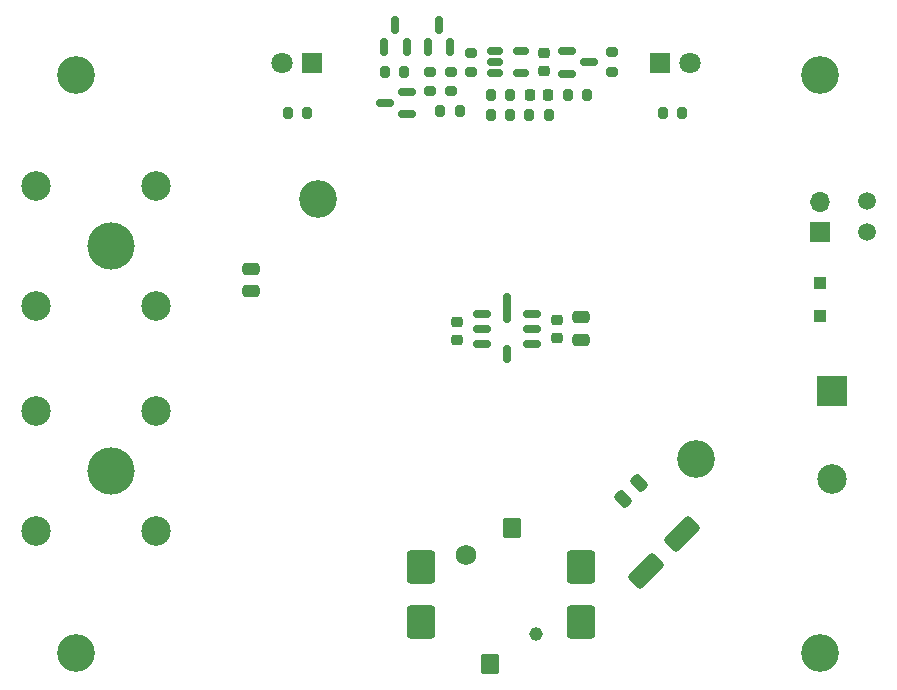
<source format=gbr>
%TF.GenerationSoftware,KiCad,Pcbnew,8.0.4*%
%TF.CreationDate,2025-01-19T15:52:31+01:00*%
%TF.ProjectId,PortableVoltageStandard,506f7274-6162-46c6-9556-6f6c74616765,1.0*%
%TF.SameCoordinates,Original*%
%TF.FileFunction,Soldermask,Top*%
%TF.FilePolarity,Negative*%
%FSLAX46Y46*%
G04 Gerber Fmt 4.6, Leading zero omitted, Abs format (unit mm)*
G04 Created by KiCad (PCBNEW 8.0.4) date 2025-01-19 15:52:31*
%MOMM*%
%LPD*%
G01*
G04 APERTURE LIST*
G04 Aperture macros list*
%AMRoundRect*
0 Rectangle with rounded corners*
0 $1 Rounding radius*
0 $2 $3 $4 $5 $6 $7 $8 $9 X,Y pos of 4 corners*
0 Add a 4 corners polygon primitive as box body*
4,1,4,$2,$3,$4,$5,$6,$7,$8,$9,$2,$3,0*
0 Add four circle primitives for the rounded corners*
1,1,$1+$1,$2,$3*
1,1,$1+$1,$4,$5*
1,1,$1+$1,$6,$7*
1,1,$1+$1,$8,$9*
0 Add four rect primitives between the rounded corners*
20,1,$1+$1,$2,$3,$4,$5,0*
20,1,$1+$1,$4,$5,$6,$7,0*
20,1,$1+$1,$6,$7,$8,$9,0*
20,1,$1+$1,$8,$9,$2,$3,0*%
G04 Aperture macros list end*
%ADD10RoundRect,0.175000X0.575000X-0.175000X0.575000X0.175000X-0.575000X0.175000X-0.575000X-0.175000X0*%
%ADD11RoundRect,0.175000X0.175000X-0.575000X0.175000X0.575000X-0.175000X0.575000X-0.175000X-0.575000X0*%
%ADD12RoundRect,0.175000X-0.575000X-0.175000X0.575000X-0.175000X0.575000X0.175000X-0.575000X0.175000X0*%
%ADD13RoundRect,0.175000X0.175000X-1.075000X0.175000X1.075000X-0.175000X1.075000X-0.175000X-1.075000X0*%
%ADD14RoundRect,0.250000X-0.475000X0.250000X-0.475000X-0.250000X0.475000X-0.250000X0.475000X0.250000X0*%
%ADD15C,3.200000*%
%ADD16R,2.500000X2.500000*%
%ADD17C,2.500000*%
%ADD18RoundRect,0.225000X0.225000X0.250000X-0.225000X0.250000X-0.225000X-0.250000X0.225000X-0.250000X0*%
%ADD19C,4.000000*%
%ADD20RoundRect,0.150000X0.587500X0.150000X-0.587500X0.150000X-0.587500X-0.150000X0.587500X-0.150000X0*%
%ADD21C,1.500000*%
%ADD22R,1.800000X1.800000*%
%ADD23C,1.800000*%
%ADD24RoundRect,0.150000X-0.587500X-0.150000X0.587500X-0.150000X0.587500X0.150000X-0.587500X0.150000X0*%
%ADD25RoundRect,0.200000X-0.200000X-0.275000X0.200000X-0.275000X0.200000X0.275000X-0.200000X0.275000X0*%
%ADD26RoundRect,0.250000X0.494975X1.272792X-1.272792X-0.494975X-0.494975X-1.272792X1.272792X0.494975X0*%
%ADD27RoundRect,0.150000X-0.512500X-0.150000X0.512500X-0.150000X0.512500X0.150000X-0.512500X0.150000X0*%
%ADD28RoundRect,0.200000X0.275000X-0.200000X0.275000X0.200000X-0.275000X0.200000X-0.275000X-0.200000X0*%
%ADD29RoundRect,0.225000X-0.250000X0.225000X-0.250000X-0.225000X0.250000X-0.225000X0.250000X0.225000X0*%
%ADD30RoundRect,0.200000X0.200000X0.275000X-0.200000X0.275000X-0.200000X-0.275000X0.200000X-0.275000X0*%
%ADD31RoundRect,0.250000X-0.300000X0.300000X-0.300000X-0.300000X0.300000X-0.300000X0.300000X0.300000X0*%
%ADD32RoundRect,0.250000X-0.159099X0.512652X-0.512652X0.159099X0.159099X-0.512652X0.512652X-0.159099X0*%
%ADD33RoundRect,0.200000X-0.275000X0.200000X-0.275000X-0.200000X0.275000X-0.200000X0.275000X0.200000X0*%
%ADD34R,1.700000X1.700000*%
%ADD35O,1.700000X1.700000*%
%ADD36RoundRect,0.150000X0.150000X-0.587500X0.150000X0.587500X-0.150000X0.587500X-0.150000X-0.587500X0*%
%ADD37C,1.750000*%
%ADD38C,1.150000*%
%ADD39RoundRect,0.240000X0.960000X-1.160000X0.960000X1.160000X-0.960000X1.160000X-0.960000X-1.160000X0*%
%ADD40RoundRect,0.160000X0.640000X-0.690000X0.640000X0.690000X-0.640000X0.690000X-0.640000X-0.690000X0*%
G04 APERTURE END LIST*
D10*
%TO.C,U1*%
X154350000Y-84730000D03*
X154350000Y-86000000D03*
X154350000Y-87270000D03*
D11*
X156500000Y-88150000D03*
D12*
X158650000Y-87270000D03*
X158650000Y-86000000D03*
X158650000Y-84730000D03*
D13*
X156500000Y-84250000D03*
%TD*%
D14*
%TO.C,C3*%
X162800000Y-85050000D03*
X162800000Y-86950000D03*
%TD*%
D15*
%TO.C,H5*%
X172500000Y-97000000D03*
%TD*%
D16*
%TO.C,J4*%
X184000000Y-91250000D03*
D17*
X184000000Y-98750000D03*
%TD*%
D18*
%TO.C,C5*%
X160000000Y-66200000D03*
X158450000Y-66200000D03*
%TD*%
D15*
%TO.C,H3*%
X183000000Y-64500000D03*
%TD*%
D17*
%TO.C,J1*%
X116640000Y-73920000D03*
X116640000Y-84080000D03*
D19*
X123000000Y-79000000D03*
D17*
X126800000Y-73920000D03*
X126800000Y-84080000D03*
%TD*%
D20*
%TO.C,Q3*%
X148037500Y-67850000D03*
X148037500Y-65950000D03*
X146162500Y-66900000D03*
%TD*%
D14*
%TO.C,C7*%
X134800000Y-80950000D03*
X134800000Y-82850000D03*
%TD*%
D21*
%TO.C,H3*%
X187000000Y-75200000D03*
%TD*%
D22*
%TO.C,D2*%
X140000000Y-63500000D03*
D23*
X137460000Y-63500000D03*
%TD*%
D17*
%TO.C,J3*%
X116640000Y-92970000D03*
X116640000Y-103130000D03*
D19*
X123000000Y-98050000D03*
D17*
X126800000Y-92970000D03*
X126800000Y-103130000D03*
%TD*%
D24*
%TO.C,U3*%
X161600000Y-62500000D03*
X161600000Y-64400000D03*
X163475000Y-63450000D03*
%TD*%
D25*
%TO.C,R5*%
X155150000Y-66200000D03*
X156800000Y-66200000D03*
%TD*%
D15*
%TO.C,H2*%
X120000000Y-113500000D03*
%TD*%
D25*
%TO.C,R9*%
X169675000Y-67750000D03*
X171325000Y-67750000D03*
%TD*%
D26*
%TO.C,C4*%
X171361270Y-103388730D03*
X168250000Y-106500000D03*
%TD*%
D27*
%TO.C,U2*%
X155450000Y-62450000D03*
X155450000Y-63400000D03*
X155450000Y-64350000D03*
X157725000Y-64350000D03*
X157725000Y-62450000D03*
%TD*%
D28*
%TO.C,R10*%
X151750000Y-65900000D03*
X151750000Y-64250000D03*
%TD*%
D29*
%TO.C,C6*%
X159600000Y-62625000D03*
X159600000Y-64175000D03*
%TD*%
D30*
%TO.C,R2*%
X163300000Y-66200000D03*
X161650000Y-66200000D03*
%TD*%
D31*
%TO.C,D1*%
X183000000Y-82100000D03*
X183000000Y-84900000D03*
%TD*%
D32*
%TO.C,C8*%
X167671751Y-99078249D03*
X166328249Y-100421751D03*
%TD*%
D33*
%TO.C,R12*%
X150000000Y-64250000D03*
X150000000Y-65900000D03*
%TD*%
D22*
%TO.C,D3*%
X169450000Y-63500000D03*
D23*
X171990000Y-63500000D03*
%TD*%
D28*
%TO.C,R1*%
X165400000Y-64225000D03*
X165400000Y-62575000D03*
%TD*%
D15*
%TO.C,H4*%
X183000000Y-113500000D03*
%TD*%
D29*
%TO.C,C1*%
X152250000Y-85425000D03*
X152250000Y-86975000D03*
%TD*%
D34*
%TO.C,BT1*%
X183000000Y-77775000D03*
D35*
X183000000Y-75235000D03*
%TD*%
D25*
%TO.C,R7*%
X146175000Y-64250000D03*
X147825000Y-64250000D03*
%TD*%
%TO.C,R6*%
X155150000Y-67950000D03*
X156800000Y-67950000D03*
%TD*%
D21*
%TO.C,H3*%
X187000000Y-77800000D03*
%TD*%
D29*
%TO.C,C2*%
X160700000Y-85225000D03*
X160700000Y-86775000D03*
%TD*%
D15*
%TO.C,H6*%
X140500000Y-75000000D03*
%TD*%
%TO.C,H1*%
X120000000Y-64500000D03*
%TD*%
D36*
%TO.C,Q1*%
X149800000Y-62187500D03*
X151700000Y-62187500D03*
X150750000Y-60312500D03*
%TD*%
D33*
%TO.C,R4*%
X153475000Y-62625000D03*
X153475000Y-64275000D03*
%TD*%
D36*
%TO.C,Q2*%
X146100000Y-62187500D03*
X148000000Y-62187500D03*
X147050000Y-60312500D03*
%TD*%
D37*
%TO.C,SW1*%
X153000000Y-105150000D03*
D38*
X159000000Y-111850000D03*
D39*
X162800000Y-106200000D03*
X149200000Y-106200000D03*
X149200000Y-110800000D03*
X162800000Y-110800000D03*
D40*
X155050000Y-114350000D03*
X156950000Y-102850000D03*
%TD*%
D30*
%TO.C,R3*%
X160050000Y-67950000D03*
X158400000Y-67950000D03*
%TD*%
%TO.C,R8*%
X139575000Y-67750000D03*
X137925000Y-67750000D03*
%TD*%
D25*
%TO.C,R11*%
X150875000Y-67600000D03*
X152525000Y-67600000D03*
%TD*%
M02*

</source>
